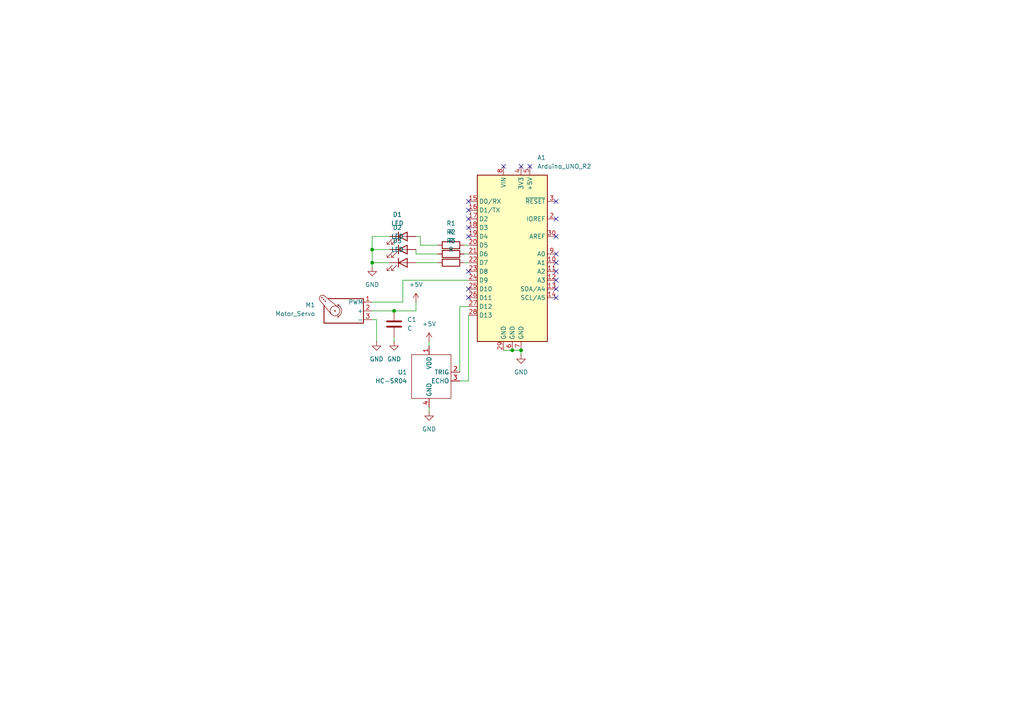
<source format=kicad_sch>
(kicad_sch (version 20250114) (generator "eeschema") (generator_version "9.0")
  (paper "A4")
  (lib_symbols
    (symbol "Device:C" (pin_numbers (hide yes)) (pin_names (offset 0.254))
      (property "Reference" "C" (at 0.635 2.54 0))
      (property "Value" "C" (at 0.635 -2.54 0))
      (symbol "C_0_1"
        (polyline (pts (xy -2.032 0.762) (xy 2.032 0.762)) (stroke (width 0.508)))
        (polyline (pts (xy -2.032 -0.762) (xy 2.032 -0.762)) (stroke (width 0.508)))
      )
      (symbol "C_1_1"
        (pin passive line (at 0 3.81 270) (length 2.794) (name "~") (number "1"))
        (pin passive line (at 0 -3.81 90) (length 2.794) (name "~") (number "2"))
      )
    )
    (symbol "Device:LED" (pin_numbers (hide yes)) (pin_names (offset 1.016) (hide yes))
      (property "Reference" "D" (at 0 2.54 0))
      (property "Value" "LED" (at 0 -2.54 0))
      (symbol "LED_0_1"
        (polyline (pts (xy -3.048 -0.762) (xy -4.572 -2.286) (xy -3.81 -2.286) (xy -4.572 -2.286) (xy -4.572 -1.524)))
        (polyline (pts (xy -1.778 -0.762) (xy -3.302 -2.286) (xy -2.54 -2.286) (xy -3.302 -2.286) (xy -3.302 -1.524)))
        (polyline (pts (xy -1.27 0) (xy 1.27 0)))
        (polyline (pts (xy -1.27 -1.27) (xy -1.27 1.27)) (stroke (width 0.254)))
        (polyline (pts (xy 1.27 -1.27) (xy 1.27 1.27) (xy -1.27 0) (xy 1.27 -1.27)) (stroke (width 0.254)))
      )
      (symbol "LED_1_1"
        (pin passive line (at -3.81 0 0) (length 2.54) (name "K") (number "1"))
        (pin passive line (at 3.81 0 180) (length 2.54) (name "A") (number "2"))
      )
    )
    (symbol "Device:R" (pin_numbers (hide yes)) (pin_names (offset 0))
      (property "Reference" "R" (at 2.032 0 90))
      (property "Value" "R" (at 0 0 90))
      (symbol "R_0_1"
        (rectangle (start -1.016 -2.54) (end 1.016 2.54) (stroke (width 0.254)))
      )
      (symbol "R_1_1"
        (pin passive line (at 0 3.81 270) (length 1.27) (name "~") (number "1"))
        (pin passive line (at 0 -3.81 90) (length 1.27) (name "~") (number "2"))
      )
    )
    (symbol "MCU_Module:Arduino_UNO_R2"
      (property "Reference" "A" (at -10.16 23.495 0))
      (property "Value" "Arduino_UNO_R2" (at 5.08 -26.67 0))
      (symbol "Arduino_UNO_R2_0_1"
        (rectangle (start -10.16 22.86) (end 10.16 -25.4) (stroke (width 0.254)) (fill (type background)))
      )
      (symbol "Arduino_UNO_R2_1_1"
        (pin bidirectional line (at -12.7 15.24 0) (length 2.54) (name "D0/RX") (number "15"))
        (pin bidirectional line (at -12.7 12.7 0) (length 2.54) (name "D1/TX") (number "16"))
        (pin bidirectional line (at -12.7 10.16 0) (length 2.54) (name "D2") (number "17"))
        (pin bidirectional line (at -12.7 7.62 0) (length 2.54) (name "D3") (number "18"))
        (pin bidirectional line (at -12.7 5.08 0) (length 2.54) (name "D4") (number "19"))
        (pin bidirectional line (at -12.7 2.54 0) (length 2.54) (name "D5") (number "20"))
        (pin bidirectional line (at -12.7 0 0) (length 2.54) (name "D6") (number "21"))
        (pin bidirectional line (at -12.7 -2.54 0) (length 2.54) (name "D7") (number "22"))
        (pin bidirectional line (at -12.7 -5.08 0) (length 2.54) (name "D8") (number "23"))
        (pin bidirectional line (at -12.7 -7.62 0) (length 2.54) (name "D9") (number "24"))
        (pin bidirectional line (at -12.7 -10.16 0) (length 2.54) (name "D10") (number "25"))
        (pin bidirectional line (at -12.7 -12.7 0) (length 2.54) (name "D11") (number "26"))
        (pin bidirectional line (at -12.7 -15.24 0) (length 2.54) (name "D12") (number "27"))
        (pin bidirectional line (at -12.7 -17.78 0) (length 2.54) (name "D13") (number "28"))
        (pin no_connect line (at -10.16 -20.32 0) (length 2.54) (hide yes) (name "NC") (number "1"))
        (pin power_in line (at -2.54 25.4 270) (length 2.54) (name "VIN") (number "8"))
        (pin power_in line (at -2.54 -27.94 90) (length 2.54) (name "GND") (number "29"))
        (pin power_in line (at 0 -27.94 90) (length 2.54) (name "GND") (number "6"))
        (pin power_out line (at 2.54 25.4 270) (length 2.54) (name "3V3") (number "4"))
        (pin power_in line (at 2.54 -27.94 90) (length 2.54) (name "GND") (number "7"))
        (pin power_out line (at 5.08 25.4 270) (length 2.54) (name "+5V") (number "5"))
        (pin input line (at 12.7 15.24 180) (length 2.54) (name "~{RESET}") (number "3"))
        (pin output line (at 12.7 10.16 180) (length 2.54) (name "IOREF") (number "2"))
        (pin input line (at 12.7 5.08 180) (length 2.54) (name "AREF") (number "30"))
        (pin bidirectional line (at 12.7 0 180) (length 2.54) (name "A0") (number "9"))
        (pin bidirectional line (at 12.7 -2.54 180) (length 2.54) (name "A1") (number "10"))
        (pin bidirectional line (at 12.7 -5.08 180) (length 2.54) (name "A2") (number "11"))
        (pin bidirectional line (at 12.7 -7.62 180) (length 2.54) (name "A3") (number "12"))
        (pin bidirectional line (at 12.7 -10.16 180) (length 2.54) (name "SDA/A4") (number "13"))
        (pin bidirectional line (at 12.7 -12.7 180) (length 2.54) (name "SCL/A5") (number "14"))
      )
    )
    (symbol "Motor:Motor_Servo" (pin_names (offset 0.0254))
      (property "Reference" "M" (at -5.08 4.445 0))
      (property "Value" "Motor_Servo" (at -5.08 -4.064 0))
      (symbol "Motor_Servo_0_1"
        (polyline (pts (xy 2.413 1.778) (xy 1.905 1.778)))
        (polyline (pts (xy 2.413 1.778) (xy 2.286 1.397)))
        (polyline (pts (xy 2.413 -1.778) (xy 2.032 -1.778)))
        (polyline (pts (xy 2.413 -1.778) (xy 2.286 -1.397)))
        (arc (start 2.413 -1.778) (mid 1.2406 0) (end 2.413 1.778))
        (circle (center 3.175 0) (radius 0.1778))
        (circle (center 3.175 0) (radius 1.4224))
        (polyline (pts (xy 5.08 3.556) (xy -5.08 3.556) (xy -5.08 -3.556) (xy 6.35 -3.556) (xy 6.35 1.524)) (stroke (width 0.254)))
        (circle (center 5.969 2.794) (radius 0.127))
        (polyline (pts (xy 6.35 4.445) (xy 2.54 1.27)))
        (circle (center 6.477 3.302) (radius 0.127))
        (arc (start 6.35 4.445) (mid 7.4487 4.2737) (end 7.62 3.175))
        (circle (center 6.985 3.81) (radius 0.127))
        (polyline (pts (xy 7.62 3.175) (xy 4.191 -1.016)))
      )
      (symbol "Motor_Servo_1_1"
        (pin passive line (at -7.62 2.54 0) (length 2.54) (name "PWM") (number "1"))
        (pin passive line (at -7.62 0 0) (length 2.54) (name "+") (number "2"))
        (pin passive line (at -7.62 -2.54 0) (length 2.54) (name "-") (number "3"))
      )
    )
    (symbol "power:+5V" (power) (pin_numbers (hide yes)) (pin_names (offset 0) (hide yes))
      (property "Value" "+5V" (at 0 3.556 0))
      (symbol "+5V_0_1"
        (polyline (pts (xy -0.762 1.27) (xy 0 2.54)))
        (polyline (pts (xy 0 2.54) (xy 0.762 1.27)))
        (polyline (pts (xy 0 0) (xy 0 2.54)))
      )
      (symbol "+5V_1_1"
        (pin power_in line (at 0 0 90) (length 0) (name "~") (number "1"))
      )
    )
    (symbol "power:GND" (power) (pin_numbers (hide yes)) (pin_names (offset 0) (hide yes))
      (property "Value" "GND" (at 0 -3.81 0))
      (symbol "GND_0_1"
        (polyline (pts (xy 0 0) (xy 0 -1.27) (xy 1.27 -1.27) (xy 0 -2.54) (xy -1.27 -1.27) (xy 0 -1.27)))
      )
      (symbol "GND_1_1"
        (pin power_in line (at 0 0 270) (length 0) (name "~") (number "1"))
      )
    )
    (symbol "sensor:hc-sr04"
      (property "Reference" "U" (at 0 0 0))
      (property "Value" "HC-SR04" (at 10.414 0 0))
      (symbol "hc-sr04_0_1"
        (rectangle (start -6.35 6.35) (end 5.08 -6.35))
      )
      (symbol "hc-sr04_1_1"
        (pin output line (at -8.89 1.27 0) (length 2.54) (name "TRIG") (number "2"))
        (pin input line (at -8.89 -1.27 0) (length 2.54) (name "ECHO") (number "3"))
        (pin power_in line (at 0 8.89 270) (length 2.54) (name "VDD") (number "1"))
        (pin power_in line (at 0 -8.89 90) (length 2.54) (name "GND") (number "4"))
      )
    )
  )
  (junction (at 114.3 90.17))
  (junction (at 151.13 101.6))
  (junction (at 107.95 76.2))
  (junction (at 107.95 72.39))
  (junction (at 148.59 101.6))
  (no_connect (at 161.29 73.66))
  (no_connect (at 161.29 76.2))
  (no_connect (at 161.29 83.82))
  (no_connect (at 161.29 63.5))
  (no_connect (at 135.89 60.96))
  (no_connect (at 161.29 86.36))
  (no_connect (at 146.05 48.26))
  (no_connect (at 153.67 48.26))
  (no_connect (at 135.89 58.42))
  (no_connect (at 135.89 78.74))
  (no_connect (at 135.89 66.04))
  (no_connect (at 135.89 83.82))
  (no_connect (at 161.29 78.74))
  (no_connect (at 135.89 86.36))
  (no_connect (at 135.89 63.5))
  (no_connect (at 161.29 58.42))
  (no_connect (at 161.29 81.28))
  (no_connect (at 135.89 68.58))
  (no_connect (at 161.29 68.58))
  (no_connect (at 151.13 48.26))
  (wire (pts (xy 120.65 73.66) (xy 127 73.66)))
  (wire (pts (xy 133.35 110.49) (xy 135.89 110.49)))
  (wire (pts (xy 116.84 87.63) (xy 116.84 81.28)))
  (wire (pts (xy 107.95 92.71) (xy 109.22 92.71)))
  (wire (pts (xy 121.92 68.58) (xy 121.92 71.12)))
  (wire (pts (xy 107.95 87.63) (xy 116.84 87.63)))
  (wire (pts (xy 107.95 72.39) (xy 113.03 72.39)))
  (wire (pts (xy 114.3 90.17) (xy 120.65 90.17)))
  (wire (pts (xy 120.65 68.58) (xy 121.92 68.58)))
  (wire (pts (xy 107.95 90.17) (xy 114.3 90.17)))
  (wire (pts (xy 120.65 76.2) (xy 127 76.2)))
  (wire (pts (xy 121.92 71.12) (xy 127 71.12)))
  (wire (pts (xy 116.84 81.28) (xy 135.89 81.28)))
  (wire (pts (xy 109.22 92.71) (xy 109.22 99.06)))
  (wire (pts (xy 107.95 76.2) (xy 107.95 72.39)))
  (wire (pts (xy 124.46 118.11) (xy 124.46 119.38)))
  (wire (pts (xy 113.03 68.58) (xy 107.95 68.58)))
  (wire (pts (xy 120.65 90.17) (xy 120.65 87.63)))
  (wire (pts (xy 134.62 76.2) (xy 135.89 76.2)))
  (wire (pts (xy 120.65 72.39) (xy 120.65 73.66)))
  (wire (pts (xy 124.46 99.06) (xy 124.46 100.33)))
  (wire (pts (xy 151.13 101.6) (xy 151.13 102.87)))
  (wire (pts (xy 107.95 68.58) (xy 107.95 72.39)))
  (wire (pts (xy 133.35 107.95) (xy 133.35 88.9)))
  (wire (pts (xy 148.59 101.6) (xy 151.13 101.6)))
  (wire (pts (xy 135.89 110.49) (xy 135.89 91.44)))
  (wire (pts (xy 113.03 76.2) (xy 107.95 76.2)))
  (wire (pts (xy 146.05 101.6) (xy 148.59 101.6)))
  (wire (pts (xy 107.95 76.2) (xy 107.95 77.47)))
  (wire (pts (xy 134.62 71.12) (xy 135.89 71.12)))
  (wire (pts (xy 114.3 97.79) (xy 114.3 99.06)))
  (wire (pts (xy 133.35 88.9) (xy 135.89 88.9)))
  (wire (pts (xy 134.62 73.66) (xy 135.89 73.66)))
  (symbol (lib_id "power:+5V") (at 120.65 87.63 0) (unit 1)
    (property "Reference" "#PWR02" (effects (hide yes)))
    (property "Value" "+5V" (at 120.65 82.55 0))
    (property "Description" "Power symbol creates a global label with name \"+5V\"" (effects (hide yes)))
  )
  (symbol (lib_id "sensor:hc-sr04") (at 124.46 109.22 0) (mirror y) (unit 1)
    (property "Reference" "U1" (at 118.11 107.9499 0) (effects (justify left)))
    (property "Value" "HC-SR04" (at 118.11 110.4899 0) (effects (justify left)))
  )
  (symbol (lib_id "Device:LED") (at 116.84 72.39 0) (unit 1)
    (property "Reference" "D2" (at 115.2525 66.04 0))
    (property "Value" "LED" (at 115.2525 68.58 0))
    (property "Description" "Light emitting diode" (effects (hide yes)))
    (property "Sim.Pins" "1=K 2=A" (effects (hide yes)))
  )
  (symbol (lib_id "Device:R") (at 130.81 71.12 90) (unit 1)
    (property "Reference" "R1" (at 130.81 64.77 90))
    (property "Value" "R" (at 130.81 67.31 90))
    (property "Description" "Resistor" (effects (hide yes)))
  )
  (symbol (lib_id "Device:LED") (at 116.84 76.2 0) (unit 1)
    (property "Reference" "D3" (at 115.2525 69.85 0))
    (property "Value" "LED" (at 115.2525 72.39 0))
    (property "Description" "Light emitting diode" (effects (hide yes)))
    (property "Sim.Pins" "1=K 2=A" (effects (hide yes)))
  )
  (symbol (lib_id "Motor:Motor_Servo") (at 100.33 90.17 0) (mirror y) (unit 1)
    (property "Reference" "M1" (at 91.44 88.4668 0) (effects (justify left)))
    (property "Value" "Motor_Servo" (at 91.44 91.0068 0) (effects (justify left)))
    (property "Datasheet" "http://forums.parallax.com/uploads/attachments/46831/74481.png" (effects (hide yes)))
    (property "Description" "Servo Motor (Futaba, HiTec, JR connector)" (effects (hide yes)))
  )
  (symbol (lib_id "power:GND") (at 151.13 102.87 0) (unit 1)
    (property "Reference" "#PWR01" (effects (hide yes)))
    (property "Value" "GND" (at 151.13 107.95 0))
    (property "Description" "Power symbol creates a global label with name \"GND\" , ground" (effects (hide yes)))
  )
  (symbol (lib_id "power:GND") (at 109.22 99.06 0) (unit 1)
    (property "Reference" "#PWR03" (effects (hide yes)))
    (property "Value" "GND" (at 109.22 104.14 0))
    (property "Description" "Power symbol creates a global label with name \"GND\" , ground" (effects (hide yes)))
  )
  (symbol (lib_id "power:+5V") (at 124.46 99.06 0) (unit 1)
    (property "Reference" "#PWR06" (effects (hide yes)))
    (property "Value" "+5V" (at 124.46 93.98 0))
    (property "Description" "Power symbol creates a global label with name \"+5V\"" (effects (hide yes)))
  )
  (symbol (lib_id "MCU_Module:Arduino_UNO_R2") (at 148.59 73.66 0) (unit 1)
    (property "Reference" "A1" (at 155.8133 45.72 0) (effects (justify left)))
    (property "Value" "Arduino_UNO_R2" (at 155.8133 48.26 0) (effects (justify left)))
    (property "Footprint" "Module:Arduino_UNO_R2" (effects (hide yes)))
    (property "Datasheet" "https://www.arduino.cc/en/Main/arduinoBoardUno" (effects (hide yes)))
    (property "Description" "Arduino UNO Microcontroller Module, release 2" (effects (hide yes)))
  )
  (symbol (lib_id "Device:C") (at 114.3 93.98 180) (unit 1)
    (property "Reference" "C1" (at 118.11 92.7099 0) (effects (justify right)))
    (property "Value" "C" (at 118.11 95.2499 0) (effects (justify right)))
    (property "Description" "Unpolarized capacitor" (effects (hide yes)))
  )
  (symbol (lib_id "Device:R") (at 130.81 73.66 90) (unit 1)
    (property "Reference" "R2" (at 130.81 67.31 90))
    (property "Value" "R" (at 130.81 69.85 90))
    (property "Description" "Resistor" (effects (hide yes)))
  )
  (symbol (lib_id "power:GND") (at 107.95 77.47 0) (unit 1)
    (property "Reference" "#PWR04" (effects (hide yes)))
    (property "Value" "GND" (at 107.95 82.55 0))
    (property "Description" "Power symbol creates a global label with name \"GND\" , ground" (effects (hide yes)))
  )
  (symbol (lib_id "Device:R") (at 130.81 76.2 90) (unit 1)
    (property "Reference" "R3" (at 130.81 69.85 90))
    (property "Value" "R" (at 130.81 72.39 90))
    (property "Description" "Resistor" (effects (hide yes)))
  )
  (symbol (lib_id "power:GND") (at 124.46 119.38 0) (unit 1)
    (property "Reference" "#PWR07" (effects (hide yes)))
    (property "Value" "GND" (at 124.46 124.46 0))
    (property "Description" "Power symbol creates a global label with name \"GND\" , ground" (effects (hide yes)))
  )
  (symbol (lib_id "power:GND") (at 114.3 99.06 0) (unit 1)
    (property "Reference" "#PWR05" (effects (hide yes)))
    (property "Value" "GND" (at 114.3 104.14 0))
    (property "Description" "Power symbol creates a global label with name \"GND\" , ground" (effects (hide yes)))
  )
  (symbol (lib_id "Device:LED") (at 116.84 68.58 0) (unit 1)
    (property "Reference" "D1" (at 115.2525 62.23 0))
    (property "Value" "LED" (at 115.2525 64.77 0))
    (property "Description" "Light emitting diode" (effects (hide yes)))
    (property "Sim.Pins" "1=K 2=A" (effects (hide yes)))
  )
)
</source>
